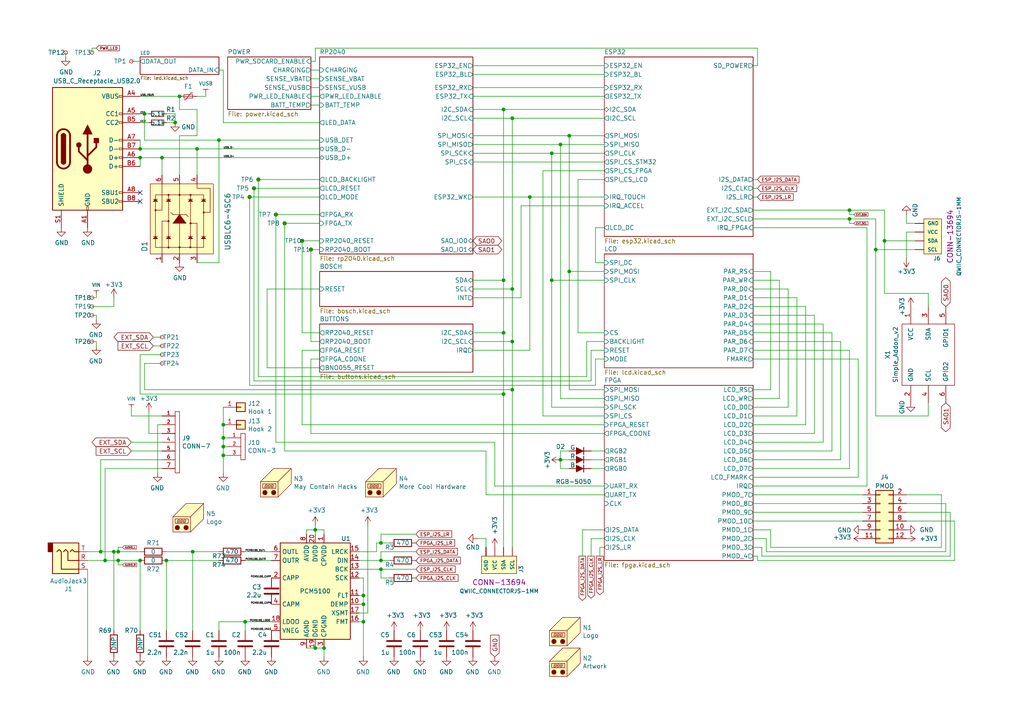
<source format=kicad_sch>
(kicad_sch (version 20211123) (generator eeschema)
  (paper "A4")
  (title_block (title "MCH2022 badge - Overview") (date "2022-01-14") (rev "3.1415") (company "BADGE.TEAM"))
  (junction (at 63.5 40.64))
  (junction (at 105.41 175.26))
  (junction (at 40.64 45.72))
  (junction (at 110.49 157.48))
  (junction (at 57.15 43.18))
  (junction (at 46.99 45.72))
  (junction (at 40.64 162.56))
  (junction (at 50.8 35.56))
  (junction (at 34.29 162.56))
  (junction (at 110.49 165.1))
  (junction (at 91.44 153.67))
  (junction (at 246.38 60.96))
  (junction (at 87.63 69.85))
  (junction (at 30.48 162.56))
  (junction (at 162.56 133.35))
  (junction (at 55.88 160.02))
  (junction (at 256.54 69.85))
  (junction (at 64.77 123.19))
  (junction (at 165.1 78.74))
  (junction (at 40.64 43.18))
  (junction (at 34.29 160.02))
  (junction (at 48.26 162.56))
  (junction (at 73.66 54.61))
  (junction (at 93.98 187.96))
  (junction (at 148.59 99.06))
  (junction (at 153.67 57.15))
  (junction (at 105.41 172.72))
  (junction (at 160.02 44.45))
  (junction (at 29.21 160.02))
  (junction (at 148.59 83.82))
  (junction (at 105.41 180.34))
  (junction (at 165.1 39.37))
  (junction (at 246.38 63.5))
  (junction (at 162.56 41.91))
  (junction (at 33.02 160.02))
  (junction (at 74.93 52.07))
  (junction (at 91.44 187.96))
  (junction (at 146.05 96.52))
  (junction (at 146.05 31.75))
  (junction (at 110.49 162.56))
  (junction (at 52.07 27.94))
  (junction (at 64.77 129.54))
  (junction (at 64.77 132.08))
  (junction (at 64.77 127))
  (junction (at 41.91 33.02))
  (junction (at 71.12 180.34))
  (junction (at 160.02 81.28))
  (junction (at 254 72.39))
  (junction (at 80.01 62.23))
  (junction (at 90.17 72.39))
  (junction (at 148.59 34.29))
  (junction (at 72.39 57.15))
  (junction (at 148.59 113.03))
  (junction (at 82.55 64.77))
  (junction (at 146.05 81.28))
  (junction (at 146.05 114.3))
  (no_connect (at 40.64 58.42))
  (no_connect (at 40.64 55.88))
  (wire (pts (xy 262.89 64.77) (xy 265.43 64.77)))
  (wire (pts (xy 223.52 153.67) (xy 223.52 158.75)))
  (wire (pts (xy 48.26 35.56) (xy 50.8 35.56)))
  (wire (pts (xy 82.55 64.77) (xy 82.55 130.81)))
  (wire (pts (xy 38.1 118.11) (xy 38.1 120.65)))
  (wire (pts (xy 137.16 25.4) (xy 175.26 25.4)))
  (wire (pts (xy 241.3 96.52) (xy 218.44 96.52)))
  (wire (pts (xy 92.71 57.15) (xy 72.39 57.15)))
  (wire (pts (xy 26.67 86.36) (xy 27.94 86.36)))
  (wire (pts (xy 40.64 45.72) (xy 40.64 48.26)))
  (wire (pts (xy 41.91 105.41) (xy 41.91 113.03)))
  (wire (pts (xy 40.64 27.94) (xy 52.07 27.94)))
  (wire (pts (xy 269.24 88.9) (xy 269.24 85.09)))
  (wire (pts (xy 90.17 104.14) (xy 90.17 125.73)))
  (wire (pts (xy 82.55 130.81) (xy 140.97 130.81)))
  (wire (pts (xy 219.71 13.97) (xy 219.71 19.05)))
  (wire (pts (xy 92.71 64.77) (xy 82.55 64.77)))
  (wire (pts (xy 29.21 133.35) (xy 46.99 133.35)))
  (wire (pts (xy 41.91 105.41) (xy 46.99 105.41)))
  (wire (pts (xy 218.44 113.03) (xy 223.52 113.03)))
  (wire (pts (xy 50.8 35.56) (xy 50.8 33.02)))
  (wire (pts (xy 137.16 31.75) (xy 146.05 31.75)))
  (wire (pts (xy 175.26 125.73) (xy 90.17 125.73)))
  (wire (pts (xy 254 63.5) (xy 254 72.39)))
  (wire (pts (xy 137.16 101.6) (xy 153.67 101.6)))
  (wire (pts (xy 148.59 83.82) (xy 148.59 99.06)))
  (wire (pts (xy 162.56 41.91) (xy 162.56 115.57)))
  (wire (pts (xy 140.97 156.21) (xy 140.97 158.75)))
  (wire (pts (xy 26.67 88.9) (xy 33.02 88.9)))
  (wire (pts (xy 33.02 182.88) (xy 33.02 160.02)))
  (wire (pts (xy 146.05 31.75) (xy 146.05 81.28)))
  (wire (pts (xy 137.16 27.94) (xy 175.26 27.94)))
  (wire (pts (xy 92.71 99.06) (xy 90.17 99.06)))
  (wire (pts (xy 143.51 128.27) (xy 143.51 140.97)))
  (wire (pts (xy 63.5 180.34) (xy 71.12 180.34)))
  (wire (pts (xy 236.22 91.44) (xy 236.22 125.73)))
  (wire (pts (xy 41.91 113.03) (xy 148.59 113.03)))
  (wire (pts (xy 46.99 128.27) (xy 38.1 128.27)))
  (wire (pts (xy 52.07 50.8) (xy 52.07 39.37)))
  (wire (pts (xy 175.26 52.07) (xy 167.64 52.07)))
  (wire (pts (xy 88.9 187.96) (xy 91.44 187.96)))
  (wire (pts (xy 29.21 160.02) (xy 33.02 160.02)))
  (wire (pts (xy 175.26 46.99) (xy 137.16 46.99)))
  (wire (pts (xy 26.67 99.06) (xy 27.94 99.06)))
  (wire (pts (xy 274.32 160.02) (xy 274.32 146.05)))
  (wire (pts (xy 104.14 177.8) (xy 106.68 177.8)))
  (wire (pts (xy 92.71 104.14) (xy 90.17 104.14)))
  (wire (pts (xy 175.26 113.03) (xy 165.1 113.03)))
  (wire (pts (xy 238.76 93.98) (xy 238.76 128.27)))
  (wire (pts (xy 64.77 123.19) (xy 64.77 127)))
  (wire (pts (xy 77.47 106.68) (xy 77.47 83.82)))
  (wire (pts (xy 40.64 182.88) (xy 40.64 162.56)))
  (wire (pts (xy 137.16 81.28) (xy 146.05 81.28)))
  (wire (pts (xy 222.25 156.21) (xy 218.44 156.21)))
  (wire (pts (xy 140.97 143.51) (xy 175.26 143.51)))
  (wire (pts (xy 250.19 148.59) (xy 218.44 148.59)))
  (wire (pts (xy 218.44 135.89) (xy 246.38 135.89)))
  (wire (pts (xy 172.72 66.04) (xy 172.72 76.2)))
  (wire (pts (xy 90.17 17.78) (xy 91.44 17.78)))
  (wire (pts (xy 91.44 152.4) (xy 91.44 153.67)))
  (wire (pts (xy 46.99 123.19) (xy 45.72 123.19)))
  (wire (pts (xy 218.44 52.07) (xy 219.71 52.07)))
  (wire (pts (xy 218.44 153.67) (xy 223.52 153.67)))
  (wire (pts (xy 87.63 101.6) (xy 87.63 123.19)))
  (wire (pts (xy 92.71 30.48) (xy 90.17 30.48)))
  (wire (pts (xy 40.64 40.64) (xy 40.64 43.18)))
  (wire (pts (xy 27.94 13.97) (xy 26.67 13.97)))
  (wire (pts (xy 92.71 106.68) (xy 77.47 106.68)))
  (wire (pts (xy 91.44 13.97) (xy 219.71 13.97)))
  (wire (pts (xy 251.46 140.97) (xy 218.44 140.97)))
  (wire (pts (xy 148.59 99.06) (xy 148.59 113.03)))
  (wire (pts (xy 87.63 96.52) (xy 87.63 69.85)))
  (wire (pts (xy 175.26 120.65) (xy 157.48 120.65)))
  (wire (pts (xy 46.99 45.72) (xy 92.71 45.72)))
  (wire (pts (xy 162.56 130.81) (xy 162.56 133.35)))
  (wire (pts (xy 231.14 86.36) (xy 231.14 120.65)))
  (wire (pts (xy 34.29 163.83) (xy 34.29 162.56)))
  (wire (pts (xy 44.45 100.33) (xy 46.99 100.33)))
  (wire (pts (xy 218.44 128.27) (xy 238.76 128.27)))
  (wire (pts (xy 106.68 177.8) (xy 106.68 152.4)))
  (wire (pts (xy 165.1 130.81) (xy 162.56 130.81)))
  (wire (pts (xy 71.12 182.88) (xy 71.12 180.34)))
  (wire (pts (xy 105.41 175.26) (xy 105.41 172.72)))
  (wire (pts (xy 64.77 127) (xy 66.04 127)))
  (wire (pts (xy 92.71 62.23) (xy 80.01 62.23)))
  (wire (pts (xy 91.44 153.67) (xy 88.9 153.67)))
  (wire (pts (xy 256.54 85.09) (xy 269.24 85.09)))
  (wire (pts (xy 64.77 129.54) (xy 66.04 129.54)))
  (wire (pts (xy 64.77 127) (xy 64.77 129.54)))
  (wire (pts (xy 218.44 158.75) (xy 220.98 158.75)))
  (wire (pts (xy 113.03 167.64) (xy 110.49 167.64)))
  (wire (pts (xy 265.43 69.85) (xy 256.54 69.85)))
  (wire (pts (xy 55.88 182.88) (xy 55.88 160.02)))
  (wire (pts (xy 104.14 175.26) (xy 105.41 175.26)))
  (wire (pts (xy 40.64 17.78) (xy 38.1 17.78)))
  (wire (pts (xy 276.86 162.56) (xy 276.86 151.13)))
  (wire (pts (xy 87.63 123.19) (xy 175.26 123.19)))
  (wire (pts (xy 165.1 39.37) (xy 175.26 39.37)))
  (wire (pts (xy 170.18 109.22) (xy 74.93 109.22)))
  (wire (pts (xy 247.65 64.77) (xy 246.38 64.77)))
  (wire (pts (xy 92.71 27.94) (xy 90.17 27.94)))
  (wire (pts (xy 262.89 151.13) (xy 276.86 151.13)))
  (wire (pts (xy 167.64 52.07) (xy 167.64 96.52)))
  (wire (pts (xy 46.99 125.73) (xy 43.18 125.73)))
  (wire (pts (xy 40.64 114.3) (xy 146.05 114.3)))
  (wire (pts (xy 218.44 63.5) (xy 246.38 63.5)))
  (wire (pts (xy 226.06 81.28) (xy 226.06 115.57)))
  (wire (pts (xy 175.26 49.53) (xy 157.48 49.53)))
  (wire (pts (xy 46.99 120.65) (xy 38.1 120.65)))
  (wire (pts (xy 171.45 110.49) (xy 73.66 110.49)))
  (wire (pts (xy 157.48 49.53) (xy 157.48 120.65)))
  (wire (pts (xy 92.71 69.85) (xy 87.63 69.85)))
  (wire (pts (xy 27.94 91.44) (xy 27.94 92.71)))
  (wire (pts (xy 140.97 130.81) (xy 140.97 143.51)))
  (wire (pts (xy 64.77 132.08) (xy 66.04 132.08)))
  (wire (pts (xy 25.4 162.56) (xy 30.48 162.56)))
  (wire (pts (xy 220.98 161.29) (xy 220.98 158.75)))
  (wire (pts (xy 168.91 153.67) (xy 168.91 161.29)))
  (wire (pts (xy 40.64 35.56) (xy 43.18 35.56)))
  (wire (pts (xy 46.99 97.79) (xy 44.45 97.79)))
  (wire (pts (xy 110.49 157.48) (xy 113.03 157.48)))
  (wire (pts (xy 175.26 153.67) (xy 168.91 153.67)))
  (wire (pts (xy 137.16 34.29) (xy 148.59 34.29)))
  (wire (pts (xy 64.77 118.11) (xy 64.77 123.19)))
  (wire (pts (xy 63.5 76.2) (xy 57.15 76.2)))
  (wire (pts (xy 41.91 40.64) (xy 63.5 40.64)))
  (wire (pts (xy 19.05 15.24) (xy 19.05 16.51)))
  (wire (pts (xy 175.26 118.11) (xy 160.02 118.11)))
  (wire (pts (xy 25.4 160.02) (xy 29.21 160.02)))
  (wire (pts (xy 77.47 83.82) (xy 92.71 83.82)))
  (wire (pts (xy 175.26 156.21) (xy 171.45 156.21)))
  (wire (pts (xy 218.44 125.73) (xy 236.22 125.73)))
  (wire (pts (xy 105.41 180.34) (xy 105.41 175.26)))
  (wire (pts (xy 92.71 20.32) (xy 90.17 20.32)))
  (wire (pts (xy 41.91 40.64) (xy 41.91 33.02)))
  (wire (pts (xy 218.44 130.81) (xy 241.3 130.81)))
  (wire (pts (xy 64.77 129.54) (xy 64.77 132.08)))
  (wire (pts (xy 146.05 114.3) (xy 146.05 158.75)))
  (wire (pts (xy 175.26 115.57) (xy 162.56 115.57)))
  (wire (pts (xy 91.44 153.67) (xy 91.44 154.94)))
  (wire (pts (xy 110.49 160.02) (xy 110.49 162.56)))
  (wire (pts (xy 40.64 43.18) (xy 57.15 43.18)))
  (wire (pts (xy 91.44 17.78) (xy 91.44 13.97)))
  (wire (pts (xy 247.65 62.23) (xy 246.38 62.23)))
  (wire (pts (xy 219.71 54.61) (xy 218.44 54.61)))
  (wire (pts (xy 173.99 158.75) (xy 173.99 161.29)))
  (wire (pts (xy 218.44 81.28) (xy 226.06 81.28)))
  (wire (pts (xy 105.41 172.72) (xy 105.41 167.64)))
  (wire (pts (xy 231.14 120.65) (xy 218.44 120.65)))
  (wire (pts (xy 153.67 57.15) (xy 137.16 57.15)))
  (wire (pts (xy 35.56 158.75) (xy 34.29 158.75)))
  (wire (pts (xy 104.14 162.56) (xy 110.49 162.56)))
  (wire (pts (xy 269.24 116.84) (xy 269.24 120.65)))
  (wire (pts (xy 137.16 19.05) (xy 175.26 19.05)))
  (wire (pts (xy 171.45 101.6) (xy 171.45 110.49)))
  (wire (pts (xy 175.26 78.74) (xy 165.1 78.74)))
  (wire (pts (xy 80.01 128.27) (xy 143.51 128.27)))
  (wire (pts (xy 218.44 115.57) (xy 226.06 115.57)))
  (wire (pts (xy 52.07 31.75) (xy 52.07 27.94)))
  (wire (pts (xy 26.67 91.44) (xy 27.94 91.44)))
  (wire (pts (xy 222.25 160.02) (xy 274.32 160.02)))
  (wire (pts (xy 92.71 96.52) (xy 87.63 96.52)))
  (wire (pts (xy 275.59 161.29) (xy 275.59 148.59)))
  (wire (pts (xy 223.52 78.74) (xy 223.52 113.03)))
  (wire (pts (xy 25.4 165.1) (xy 25.4 190.5)))
  (wire (pts (xy 30.48 135.89) (xy 30.48 162.56)))
  (wire (pts (xy 64.77 35.56) (xy 92.71 35.56)))
  (wire (pts (xy 218.44 57.15) (xy 219.71 57.15)))
  (wire (pts (xy 40.64 114.3) (xy 40.64 102.87)))
  (wire (pts (xy 109.22 160.02) (xy 109.22 157.48)))
  (wire (pts (xy 92.71 40.64) (xy 63.5 40.64)))
  (wire (pts (xy 45.72 123.19) (xy 45.72 137.16)))
  (wire (pts (xy 34.29 160.02) (xy 40.64 160.02)))
  (wire (pts (xy 151.13 59.69) (xy 151.13 86.36)))
  (wire (pts (xy 254 120.65) (xy 269.24 120.65)))
  (wire (pts (xy 148.59 113.03) (xy 148.59 158.75)))
  (wire (pts (xy 228.6 83.82) (xy 218.44 83.82)))
  (wire (pts (xy 256.54 60.96) (xy 246.38 60.96)))
  (wire (pts (xy 59.69 27.94) (xy 57.15 27.94)))
  (wire (pts (xy 90.17 72.39) (xy 90.17 99.06)))
  (wire (pts (xy 160.02 44.45) (xy 175.26 44.45)))
  (wire (pts (xy 273.05 158.75) (xy 273.05 143.51)))
  (wire (pts (xy 110.49 165.1) (xy 120.65 165.1)))
  (wire (pts (xy 175.26 76.2) (xy 172.72 76.2)))
  (wire (pts (xy 72.39 111.76) (xy 72.39 57.15)))
  (wire (pts (xy 137.16 39.37) (xy 165.1 39.37)))
  (wire (pts (xy 110.49 160.02) (xy 120.65 160.02)))
  (wire (pts (xy 218.44 88.9) (xy 233.68 88.9)))
  (wire (pts (xy 250.19 143.51) (xy 218.44 143.51)))
  (wire (pts (xy 165.1 39.37) (xy 165.1 78.74)))
  (wire (pts (xy 175.26 81.28) (xy 160.02 81.28)))
  (wire (pts (xy 104.14 180.34) (xy 105.41 180.34)))
  (wire (pts (xy 175.26 140.97) (xy 143.51 140.97)))
  (wire (pts (xy 92.71 101.6) (xy 87.63 101.6)))
  (wire (pts (xy 219.71 162.56) (xy 276.86 162.56)))
  (wire (pts (xy 219.71 162.56) (xy 219.71 161.29)))
  (wire (pts (xy 175.26 59.69) (xy 151.13 59.69)))
  (wire (pts (xy 105.41 180.34) (xy 105.41 190.5)))
  (wire (pts (xy 153.67 57.15) (xy 153.67 101.6)))
  (wire (pts (xy 256.54 69.85) (xy 256.54 85.09)))
  (wire (pts (xy 148.59 34.29) (xy 175.26 34.29)))
  (wire (pts (xy 222.25 160.02) (xy 222.25 156.21)))
  (wire (pts (xy 219.71 161.29) (xy 218.44 161.29)))
  (wire (pts (xy 137.16 44.45) (xy 160.02 44.45)))
  (wire (pts (xy 236.22 91.44) (xy 218.44 91.44)))
  (wire (pts (xy 218.44 104.14) (xy 248.92 104.14)))
  (wire (pts (xy 57.15 50.8) (xy 57.15 43.18)))
  (wire (pts (xy 46.99 130.81) (xy 38.1 130.81)))
  (wire (pts (xy 218.44 151.13) (xy 250.19 151.13)))
  (wire (pts (xy 78.74 162.56) (xy 71.12 162.56)))
  (wire (pts (xy 30.48 162.56) (xy 34.29 162.56)))
  (wire (pts (xy 218.44 66.04) (xy 251.46 66.04)))
  (wire (pts (xy 110.49 157.48) (xy 110.49 154.94)))
  (wire (pts (xy 246.38 63.5) (xy 254 63.5)))
  (wire (pts (xy 90.17 22.86) (xy 92.71 22.86)))
  (wire (pts (xy 71.12 180.34) (xy 78.74 180.34)))
  (wire (pts (xy 175.26 158.75) (xy 173.99 158.75)))
  (wire (pts (xy 137.16 83.82) (xy 148.59 83.82)))
  (wire (pts (xy 172.72 104.14) (xy 172.72 111.76)))
  (wire (pts (xy 40.64 102.87) (xy 46.99 102.87)))
  (wire (pts (xy 146.05 31.75) (xy 175.26 31.75)))
  (wire (pts (xy 167.64 96.52) (xy 175.26 96.52)))
  (wire (pts (xy 165.1 78.74) (xy 165.1 113.03)))
  (wire (pts (xy 57.15 43.18) (xy 92.71 43.18)))
  (wire (pts (xy 223.52 158.75) (xy 273.05 158.75)))
  (wire (pts (xy 33.02 88.9) (xy 33.02 86.36)))
  (wire (pts (xy 91.44 187.96) (xy 93.98 187.96)))
  (wire (pts (xy 41.91 33.02) (xy 43.18 33.02)))
  (wire (pts (xy 218.44 146.05) (xy 250.19 146.05)))
  (wire (pts (xy 171.45 101.6) (xy 175.26 101.6)))
  (wire (pts (xy 246.38 101.6) (xy 218.44 101.6)))
  (wire (pts (xy 160.02 81.28) (xy 160.02 118.11)))
  (wire (pts (xy 148.59 34.29) (xy 148.59 83.82)))
  (wire (pts (xy 262.89 67.31) (xy 265.43 67.31)))
  (wire (pts (xy 34.29 162.56) (xy 40.64 162.56)))
  (wire (pts (xy 50.8 33.02) (xy 48.26 33.02)))
  (wire (pts (xy 246.38 101.6) (xy 246.38 135.89)))
  (wire (pts (xy 165.1 135.89) (xy 162.56 135.89)))
  (wire (pts (xy 93.98 154.94) (xy 93.98 153.67)))
  (wire (pts (xy 59.69 26.67) (xy 59.69 27.94)))
  (wire (pts (xy 138.43 156.21) (xy 140.97 156.21)))
  (wire (pts (xy 33.02 160.02) (xy 34.29 160.02)))
  (wire (pts (xy 40.64 45.72) (xy 46.99 45.72)))
  (wire (pts (xy 228.6 83.82) (xy 228.6 118.11)))
  (wire (pts (xy 55.88 160.02) (xy 63.5 160.02)))
  (wire (pts (xy 109.22 157.48) (xy 110.49 157.48)))
  (wire (pts (xy 162.56 133.35) (xy 165.1 133.35)))
  (wire (pts (xy 171.45 156.21) (xy 171.45 161.29)))
  (wire (pts (xy 93.98 153.67) (xy 91.44 153.67)))
  (wire (pts (xy 241.3 96.52) (xy 241.3 130.81)))
  (wire (pts (xy 64.77 132.08) (xy 64.77 137.16)))
  (wire (pts (xy 104.14 172.72) (xy 105.41 172.72)))
  (wire (pts (xy 26.67 13.97) (xy 26.67 15.24)))
  (wire (pts (xy 251.46 140.97) (xy 251.46 66.04)))
  (wire (pts (xy 29.21 133.35) (xy 29.21 160.02)))
  (wire (pts (xy 63.5 180.34) (xy 63.5 182.88)))
  (wire (pts (xy 93.98 190.5) (xy 93.98 187.96)))
  (wire (pts (xy 74.93 52.07) (xy 92.71 52.07)))
  (wire (pts (xy 218.44 138.43) (xy 248.92 138.43)))
  (wire (pts (xy 92.71 72.39) (xy 90.17 72.39)))
  (wire (pts (xy 110.49 154.94) (xy 120.65 154.94)))
  (wire (pts (xy 172.72 66.04) (xy 175.26 66.04)))
  (wire (pts (xy 48.26 160.02) (xy 55.88 160.02)))
  (wire (pts (xy 175.26 130.81) (xy 171.45 130.81)))
  (wire (pts (xy 110.49 162.56) (xy 113.03 162.56)))
  (wire (pts (xy 246.38 64.77) (xy 246.38 63.5)))
  (wire (pts (xy 137.16 86.36) (xy 151.13 86.36)))
  (wire (pts (xy 171.45 133.35) (xy 175.26 133.35)))
  (wire (pts (xy 218.44 133.35) (xy 243.84 133.35)))
  (wire (pts (xy 74.93 109.22) (xy 74.93 52.07)))
  (wire (pts (xy 63.5 40.64) (xy 63.5 76.2)))
  (wire (pts (xy 80.01 62.23) (xy 80.01 128.27)))
  (wire (pts (xy 254 72.39) (xy 254 120.65)))
  (wire (pts (xy 52.07 39.37) (xy 57.15 39.37)))
  (wire (pts (xy 175.26 135.89) (xy 171.45 135.89)))
  (wire (pts (xy 43.18 125.73) (xy 43.18 119.38)))
  (wire (pts (xy 262.89 146.05) (xy 274.32 146.05)))
  (wire (pts (xy 162.56 41.91) (xy 175.26 41.91)))
  (wire (pts (xy 78.74 160.02) (xy 71.12 160.02)))
  (wire (pts (xy 175.26 57.15) (xy 153.67 57.15)))
  (wire (pts (xy 238.76 93.98) (xy 218.44 93.98)))
  (wire (pts (xy 57.15 31.75) (xy 52.07 31.75)))
  (wire (pts (xy 64.77 35.56) (xy 64.77 20.32)))
  (wire (pts (xy 40.64 33.02) (xy 41.91 33.02)))
  (wire (pts (xy 162.56 135.89) (xy 162.56 133.35)))
  (wire (pts (xy 137.16 21.59) (xy 175.26 21.59)))
  (wire (pts (xy 48.26 182.88) (xy 48.26 162.56)))
  (wire (pts (xy 218.44 99.06) (xy 243.84 99.06)))
  (wire (pts (xy 246.38 62.23) (xy 246.38 60.96)))
  (wire (pts (xy 46.99 50.8) (xy 46.99 45.72)))
  (wire (pts (xy 175.26 99.06) (xy 170.18 99.06)))
  (wire (pts (xy 218.44 123.19) (xy 233.68 123.19)))
  (wire (pts (xy 262.89 62.23) (xy 262.89 64.77)))
  (wire (pts (xy 30.48 135.89) (xy 46.99 135.89)))
  (wire (pts (xy 219.71 19.05) (xy 218.44 19.05)))
  (wire (pts (xy 104.14 167.64) (xy 105.41 167.64)))
  (wire (pts (xy 73.66 54.61) (xy 92.71 54.61)))
  (wire (pts (xy 27.94 99.06) (xy 27.94 100.33)))
  (wire (pts (xy 273.05 143.51) (xy 262.89 143.51)))
  (wire (pts (xy 254 72.39) (xy 265.43 72.39)))
  (wire (pts (xy 218.44 118.11) (xy 228.6 118.11)))
  (wire (pts (xy 233.68 88.9) (xy 233.68 123.19)))
  (wire (pts (xy 218.44 78.74) (xy 223.52 78.74)))
  (wire (pts (xy 57.15 39.37) (xy 57.15 31.75)))
  (wire (pts (xy 231.14 86.36) (xy 218.44 86.36)))
  (wire (pts (xy 148.59 99.06) (xy 137.16 99.06)))
  (wire (pts (xy 110.49 165.1) (xy 104.14 165.1)))
  (wire (pts (xy 175.26 104.14) (xy 172.72 104.14)))
  (wire (pts (xy 110.49 167.64) (xy 110.49 165.1)))
  (wire (pts (xy 48.26 162.56) (xy 63.5 162.56)))
  (wire (pts (xy 248.92 104.14) (xy 248.92 138.43)))
  (wire (pts (xy 275.59 148.59) (xy 262.89 148.59)))
  (wire (pts (xy 262.89 74.93) (xy 262.89 67.31)))
  (wire (pts (xy 72.39 111.76) (xy 172.72 111.76)))
  (wire (pts (xy 35.56 163.83) (xy 34.29 163.83)))
  (wire (pts (xy 256.54 60.96) (xy 256.54 69.85)))
  (wire (pts (xy 146.05 81.28) (xy 146.05 96.52)))
  (wire (pts (xy 27.94 86.36) (xy 27.94 85.09)))
  (wire (pts (xy 146.05 96.52) (xy 146.05 114.3)))
  (wire (pts (xy 170.18 99.06) (xy 170.18 109.22)))
  (wire (pts (xy 88.9 153.67) (xy 88.9 154.94)))
  (wire (pts (xy 34.29 158.75) (xy 34.29 160.02)))
  (wire (pts (xy 243.84 99.06) (xy 243.84 133.35)))
  (wire (pts (xy 137.16 96.52) (xy 146.05 96.52)))
  (wire (pts (xy 137.16 41.91) (xy 162.56 41.91)))
  (wire (pts (xy 90.17 25.4) (xy 92.71 25.4)))
  (wire (pts (xy 104.14 160.02) (xy 109.22 160.02)))
  (wire (pts (xy 246.38 60.96) (xy 218.44 60.96)))
  (wire (pts (xy 160.02 44.45) (xy 160.02 81.28)))
  (wire (pts (xy 73.66 110.49) (xy 73.66 54.61)))
  (wire (pts (xy 64.77 20.32) (xy 63.5 20.32)))
  (wire (pts (xy 220.98 161.29) (xy 275.59 161.29)))
  (label "PCM5100_OUTR" (at 71.12 162.56 0) (effects (font (size 0.508 0.508))))
  (label "CC1" (at 40.64 33.02 0) (effects (font (size 0.508 0.508))))
  (label "USB_D+" (at 64.77 45.72 0) (effects (font (size 0.508 0.508))))
  (label "PCM5100_VNEG" (at 78.74 182.88 180) (effects (font (size 0.508 0.508))))
  (label "PCM5100_OUTL" (at 71.12 160.02 0) (effects (font (size 0.508 0.508))))
  (label "PCM5100_CAPN" (at 78.74 175.26 180) (effects (font (size 0.508 0.508))))
  (label "PCM5100_LDOO" (at 72.39 180.34 0) (effects (font (size 0.508 0.508))))
  (label "USB_D-" (at 64.77 43.18 0) (effects (font (size 0.508 0.508))))
  (label "CC2" (at 40.64 35.56 0) (effects (font (size 0.508 0.508))))
  (label "PCM5100_CAPP" (at 78.74 167.64 180) (effects (font (size 0.508 0.508))))
  (label "USB_VBUS" (at 40.64 27.94 0) (effects (font (size 0.508 0.508))))
  (global_label "SAO1" (shape bidirectional) (at 274.32 116.84 270) (property "Intersheet References" "${INTERSHEET_REFS}" (effects hide)))
  (global_label "FPGA_I2S_LR" (shape input) (at 120.65 157.48 0) (effects (font (size 0.9906 0.9906))) (property "Intersheet References" "${INTERSHEET_REFS}" (effects hide)))
  (global_label "EXT_SDA" (shape input) (at 247.65 62.23 0) (effects (font (size 0.508 0.508))) (property "Intersheet References" "${INTERSHEET_REFS}" (effects hide)))
  (global_label "FPGA_I2S_LR" (shape output) (at 173.99 161.29 270) (effects (font (size 0.9906 0.9906))) (property "Intersheet References" "${INTERSHEET_REFS}" (effects hide)))
  (global_label "FPGA_I2S_DATA" (shape output) (at 168.91 161.29 270) (effects (font (size 0.9906 0.9906))) (property "Intersheet References" "${INTERSHEET_REFS}" (effects hide)))
  (global_label "ESP_I2S_DATA" (shape input) (at 120.65 160.02 0) (effects (font (size 0.9906 0.9906))) (property "Intersheet References" "${INTERSHEET_REFS}" (effects hide)))
  (global_label "FPGA_I2S_CLK" (shape output) (at 171.45 161.29 270) (effects (font (size 0.9906 0.9906))) (property "Intersheet References" "${INTERSHEET_REFS}" (effects hide)))
  (global_label "ESP_I2S_DATA" (shape input) (at 219.71 52.07 0) (effects (font (size 0.9906 0.9906))) (property "Intersheet References" "${INTERSHEET_REFS}" (effects hide)))
  (global_label "ESP_I2S_CLK" (shape input) (at 120.65 165.1 0) (effects (font (size 0.9906 0.9906))) (property "Intersheet References" "${INTERSHEET_REFS}" (effects hide)))
  (global_label "AUDIO_L" (shape input) (at 35.56 158.75 0) (effects (font (size 0.508 0.508))) (property "Intersheet References" "${INTERSHEET_REFS}" (effects hide)))
  (global_label "GND" (shape input) (at 143.51 190.5 90) (property "Intersheet References" "${INTERSHEET_REFS}" (effects hide)))
  (global_label "EXT_SCL" (shape input) (at 38.1 130.81 180) (property "Intersheet References" "${INTERSHEET_REFS}" (effects hide)))
  (global_label "EXT_SDA" (shape bidirectional) (at 38.1 128.27 180) (property "Intersheet References" "${INTERSHEET_REFS}" (effects hide)))
  (global_label "EXT_SDA" (shape bidirectional) (at 44.45 97.79 180) (property "Intersheet References" "${INTERSHEET_REFS}" (effects hide)))
  (global_label "ESP_I2S_LR" (shape input) (at 219.71 57.15 0) (effects (font (size 0.9906 0.9906))) (property "Intersheet References" "${INTERSHEET_REFS}" (effects hide)))
  (global_label "AUDIO_R" (shape input) (at 35.56 163.83 0) (effects (font (size 0.508 0.508))) (property "Intersheet References" "${INTERSHEET_REFS}" (effects hide)))
  (global_label "FPGA_I2S_CLK" (shape input) (at 120.65 167.64 0) (effects (font (size 0.9906 0.9906))) (property "Intersheet References" "${INTERSHEET_REFS}" (effects hide)))
  (global_label "EXT_SCL" (shape input) (at 247.65 64.77 0) (effects (font (size 0.508 0.508))) (property "Intersheet References" "${INTERSHEET_REFS}" (effects hide)))
  (global_label "FPGA_I2S_DATA" (shape input) (at 120.65 162.56 0) (effects (font (size 0.9906 0.9906))) (property "Intersheet References" "${INTERSHEET_REFS}" (effects hide)))
  (global_label "ESP_I2S_CLK" (shape input) (at 219.71 54.61 0) (effects (font (size 0.9906 0.9906))) (property "Intersheet References" "${INTERSHEET_REFS}" (effects hide)))
  (global_label "SAO0" (shape bidirectional) (at 274.32 88.9 90) (property "Intersheet References" "${INTERSHEET_REFS}" (effects hide)))
  (global_label "PWR_LED" (shape input) (at 27.94 13.97 0) (effects (font (size 0.7874 0.7874))) (property "Intersheet References" "${INTERSHEET_REFS}" (effects hide)))
  (global_label "SAO0" (shape bidirectional) (at 137.16 69.85 0) (property "Intersheet References" "${INTERSHEET_REFS}" (effects hide)))
  (global_label "ESP_I2S_LR" (shape input) (at 120.65 154.94 0) (effects (font (size 0.9906 0.9906))) (property "Intersheet References" "${INTERSHEET_REFS}" (effects hide)))
  (global_label "EXT_SCL" (shape input) (at 44.45 100.33 180) (property "Intersheet References" "${INTERSHEET_REFS}" (effects hide)))
  (global_label "SAO1" (shape bidirectional) (at 137.16 72.39 0) (property "Intersheet References" "${INTERSHEET_REFS}" (effects hide)))
  (symbol (lib_id "mch2021-rescue:USB_C_Receptacle_USB2.0-Connector") (at 25.4 43.18 0) (unit 1)
    (property "Reference" "J2" (at 28.1178 21.1582 0))
    (property "Value" "USB_C_Receptacle_USB2.0" (at 28.1178 23.4696 0))
    (property "Footprint" "Connector_USB:USB_C_Receptacle_HRO_TYPE-C-31-M-12" (effects hide))
    (property "Datasheet" "https://www.usb.org/sites/default/files/documents/usb_type-c.zip" (effects hide))
    (property "LCSC" "C165948" (effects hide))
    (property "Mouser" "-" (effects hide))
    (property "Sponsored" "N" (effects hide))
  )
  (symbol (lib_id "mch2021-rescue:GND-power") (at 25.4 66.04 0) (unit 1)
    (property "Reference" "#PWR03" (effects hide))
    (property "Value" "GND" (at 25.527 70.4342 0))
  )
  (symbol (lib_id "mch2021-rescue:R_Small-Device") (at 45.72 35.56 270) (unit 1)
    (property "Reference" "R2" (at 49.53 34.29 90))
    (property "Value" "5.1k" (at 45.72 35.56 90))
    (property "Footprint" "Resistor_SMD:R_0402_1005Metric" (effects hide))
    (property "LCSC" "C25905" (effects hide))
    (property "Mouser" "-" (effects hide))
    (property "Sponsored" "N" (effects hide))
    (property "MANUFACTURER" "UNI-ROYAL" (effects hide))
    (property "MPN" "0402WGF5101TCE" (effects hide))
  )
  (symbol (lib_id "mch2021-rescue:R_Small-Device") (at 45.72 33.02 270) (unit 1)
    (property "Reference" "R1" (at 49.53 31.75 90))
    (property "Value" "5.1k" (at 45.72 33.02 90))
    (property "Footprint" "Resistor_SMD:R_0402_1005Metric" (effects hide))
    (property "LCSC" "C25905" (effects hide))
    (property "Mouser" "-" (effects hide))
    (property "Sponsored" "N" (effects hide))
    (property "MANUFACTURER" "UNI-ROYAL" (effects hide))
    (property "MPN" "0402WGF5101TCE" (effects hide))
  )
  (symbol (lib_id "mch2021-rescue:GND-power") (at 50.8 35.56 0) (unit 1)
    (property "Reference" "#PWR07" (effects hide))
    (property "Value" "GND" (at 54.61 36.83 0))
  )
  (symbol (lib_id "mch2021-rescue:USBLC6-4SC6-dk_TVS-Diodes") (at 52.07 63.5 90) (unit 1)
    (property "Reference" "D1" (at 41.91 69.85 0) (effects (font (size 1.524 1.524)) (justify right)))
    (property "Value" "USBLC6-4SC6" (at 66.04 55.88 0) (effects (font (size 1.524 1.524)) (justify right)))
    (property "Footprint" "digikey-footprints:SOT23-6L" (effects hide))
    (property "Datasheet" "http://www.st.com/content/ccc/resource/technical/document/datasheet/9a/e6/1c/4f/b6/9a/44/e6/CD00047494.pdf/files/CD00047494.pdf/jcr:content/translations/en.CD00047494.pdf" (effects hide))
    (property "Digi-Key_PN" "497-4492-1-ND" (effects hide))
    (property "MPN" "USBLC6-4SC6" (effects hide))
    (property "Category" "Circuit Protection" (effects hide))
    (property "Family" "TVS - Diodes" (effects hide))
    (property "DK_Datasheet_Link" "http://www.st.com/content/ccc/resource/technical/document/datasheet/9a/e6/1c/4f/b6/9a/44/e6/CD00047494.pdf/files/CD00047494.pdf/jcr:content/translations/en.CD00047494.pdf" (effects hide))
    (property "DK_Detail_Page" "/product-detail/en/stmicroelectronics/USBLC6-4SC6/497-4492-1-ND/725667" (effects hide))
    (property "Description" "TVS DIODE 5.25V 17V SOT23-6" (effects hide))
    (property "Manufacturer" "STMicroelectronics" (effects hide))
    (property "Status" "Active" (effects hide))
    (property "LCSC" "C558419" (effects hide))
    (property "Sponsored" "N" (effects hide))
  )
  (symbol (lib_id "mch2021-rescue:GND-power") (at 52.07 76.2 0) (unit 1)
    (property "Reference" "#PWR09" (effects hide))
    (property "Value" "GND" (at 52.197 80.5942 0))
  )
  (symbol (lib_id "mch2021-rescue:QWIIC_MCH") (at 140.97 161.29 270) (mirror x) (unit 1)
    (property "Reference" "J3" (at 151.13 165.1 0) (effects (font (size 1.143 1.143))))
    (property "Value" "QWIIC_CONNECTORJS-1MM" (at 144.78 171.45 90) (effects (font (size 1.143 1.143))))
    (property "Footprint" "custom:1X04_1MM_RA_GND" (effects hide))
    (property "Field4" "CONN-13694" (at 144.78 168.91 90) (effects (font (size 1.524 1.524))))
    (property "LCSC" "C160404" (effects hide))
    (property "MPN" "SM04B-SRSS-TB" (effects hide))
    (property "Manufacturer" "JST" (effects hide))
  )
  (symbol (lib_id "mch2021-rescue:GND-power") (at 138.43 156.21 270) (mirror x) (unit 1)
    (property "Reference" "#PWR021" (effects hide))
    (property "Value" "GND" (at 137.16 158.75 90))
  )
  (symbol (lib_id "mch2021-rescue:Conn_02x06_Odd_Even-Connector_Generic") (at 255.27 148.59 0) (unit 1)
    (property "Reference" "J4" (at 256.54 138.43 0))
    (property "Value" "PMOD" (at 256.54 140.97 0))
    (property "Footprint" "Connector_PinSocket_2.54mm:PinSocket_2x06_P2.54mm_Horizontal" (effects hide))
    (property "LCSC" "C239357" (effects hide))
    (property "Mouser" "-" (effects hide))
    (property "Sponsored" "N" (effects hide))
  )
  (symbol (lib_id "mch2021-rescue:GND-power") (at 250.19 153.67 270) (unit 1)
    (property "Reference" "#PWR025" (effects hide))
    (property "Value" "GND" (at 246.9388 153.797 90) (effects (justify right)))
  )
  (symbol (lib_id "mch2021-rescue:GND-power") (at 262.89 153.67 90) (unit 1)
    (property "Reference" "#PWR029" (effects hide))
    (property "Value" "GND" (at 266.7 153.67 90) (effects (justify right)))
  )
  (symbol (lib_id "mch2021-rescue:+3.3V-power") (at 143.51 158.75 0) (mirror y) (unit 1)
    (property "Reference" "#PWR022" (effects hide))
    (property "Value" "+3.3V" (at 143.51 152.4 90))
  )
  (symbol (lib_id "mch2021-rescue:+3.3V-power") (at 250.19 156.21 90) (unit 1)
    (property "Reference" "#PWR026" (effects hide))
    (property "Value" "+3.3V" (at 246.9388 155.829 90) (effects (justify left)))
  )
  (symbol (lib_id "mch2021-rescue:+3.3V-power") (at 262.89 156.21 270) (unit 1)
    (property "Reference" "#PWR030" (effects hide))
    (property "Value" "+3.3V" (at 266.7 156.21 90) (effects (justify left)))
  )
  (symbol (lib_id "mch2021-rescue:TestPoint_Small-Connector") (at 38.1 17.78 0) (unit 1)
    (property "Reference" "TP1" (at 33.02 17.78 0) (effects (justify left)))
    (property "Value" "LED OUT" (effects hide))
    (property "Footprint" "TestPoint:TestPoint_Pad_1.0x1.0mm" (effects hide))
  )
  (symbol (lib_id "mch2021-rescue:TestPoint_Small-Connector") (at 74.93 52.07 0) (unit 1)
    (property "Reference" "TP6" (at 69.85 52.07 0) (effects (justify left)))
    (property "Value" "LB" (effects hide))
    (property "Footprint" "TestPoint:TestPoint_Pad_1.0x1.0mm" (effects hide))
  )
  (symbol (lib_id "mch2021-rescue:TestPoint_Small-Connector") (at 73.66 54.61 0) (unit 1)
    (property "Reference" "TP5" (at 68.58 54.61 0) (effects (justify left)))
    (property "Value" "LR" (effects hide))
    (property "Footprint" "TestPoint:TestPoint_Pad_1.0x1.0mm" (effects hide))
  )
  (symbol (lib_id "mch2021-rescue:TestPoint_Small-Connector") (at 72.39 57.15 0) (unit 1)
    (property "Reference" "TP4" (at 67.31 57.15 0) (effects (justify left)))
    (property "Value" "LM" (effects hide))
    (property "Footprint" "TestPoint:TestPoint_Pad_1.0x1.0mm" (effects hide))
  )
  (symbol (lib_id "mch2021-rescue:TestPoint_Small-Connector") (at 80.01 62.23 0) (unit 1)
    (property "Reference" "TP7" (at 74.93 62.23 0) (effects (justify left)))
    (property "Value" "RX" (effects hide))
    (property "Footprint" "TestPoint:TestPoint_Pad_1.0x1.0mm" (effects hide))
  )
  (symbol (lib_id "mch2021-rescue:TestPoint_Small-Connector") (at 82.55 64.77 0) (unit 1)
    (property "Reference" "TP8" (at 77.47 64.77 0) (effects (justify left)))
    (property "Value" "TX" (effects hide))
    (property "Footprint" "TestPoint:TestPoint_Pad_1.0x1.0mm" (effects hide))
  )
  (symbol (lib_id "mch2021-rescue:TestPoint_Small-Connector") (at 87.63 69.85 0) (unit 1)
    (property "Reference" "TP10" (at 82.55 69.85 0) (effects (justify left)))
    (property "Value" "RR" (effects hide))
    (property "Footprint" "TestPoint:TestPoint_Pad_1.0x1.0mm" (effects hide))
  )
  (symbol (lib_id "mch2021-rescue:TestPoint_Small-Connector") (at 90.17 72.39 0) (unit 1)
    (property "Reference" "TP11" (at 85.09 72.39 0) (effects (justify left)))
    (property "Value" "RB" (effects hide))
    (property "Footprint" "TestPoint:TestPoint_Pad_1.0x1.0mm" (effects hide))
  )
  (symbol (lib_id "mch2021-rescue:VUSB-vusb") (at 59.69 26.67 0) (unit 1)
    (property "Reference" "#PWR012" (effects hide))
    (property "Value" "VUSB" (at 59.69 24.2316 0) (effects (font (size 1.016 1.016))))
  )
  (symbol (lib_id "mch2021-rescue:PCM5100-Audio") (at 91.44 170.18 0) (mirror y) (unit 1)
    (property "Reference" "U1" (at 100.33 156.21 0))
    (property "Value" "PCM5100" (at 91.44 171.45 0))
    (property "Footprint" "Package_SO:TSSOP-20_4.4x6.5mm_P0.65mm" (effects hide))
    (property "Datasheet" "http://www.ti.com/lit/ds/symlink/pcm5100.pdf" (effects hide))
    (property "LCSC" "C527419" (effects hide))
    (property "MPN" "PCM5100PWR" (effects hide))
    (property "Manufacturer" "Texas Instruments" (effects hide))
  )
  (symbol (lib_id "mch2021-rescue:C-Device") (at 78.74 171.45 0) (mirror y) (unit 1)
    (property "Reference" "C3" (at 75.819 170.2816 0) (effects (justify left)))
    (property "Value" "2.2u" (at 75.819 172.593 0) (effects (justify left)))
    (property "Footprint" "Capacitor_SMD:C_0402_1005Metric" (effects hide))
    (property "LCSC" "C12530" (effects hide))
  )
  (symbol (lib_id "mch2021-rescue:C-Device") (at 78.74 186.69 0) (mirror y) (unit 1)
    (property "Reference" "C4" (at 77.47 184.15 0) (effects (justify left)))
    (property "Value" "2.2u" (at 77.47 189.23 0) (effects (justify left)))
    (property "Footprint" "Capacitor_SMD:C_0402_1005Metric" (effects hide))
    (property "LCSC" "C12530" (effects hide))
  )
  (symbol (lib_id "mch2021-rescue:C-Device") (at 71.12 186.69 0) (mirror y) (unit 1)
    (property "Reference" "C2" (at 69.85 184.15 0) (effects (justify left)))
    (property "Value" "100n" (at 69.85 189.23 0) (effects (justify left)))
    (property "Footprint" "Capacitor_SMD:C_0402_1005Metric" (effects hide))
    (property "LCSC" "C83056 " (effects hide))
  )
  (symbol (lib_id "mch2021-rescue:C-Device") (at 63.5 186.69 0) (mirror y) (unit 1)
    (property "Reference" "C1" (at 62.23 184.15 0) (effects (justify left)))
    (property "Value" "1u" (at 62.23 189.23 0) (effects (justify left)))
    (property "Footprint" "Capacitor_SMD:C_0402_1005Metric" (effects hide))
    (property "LCSC" "C107372" (effects hide))
  )
  (symbol (lib_id "mch2021-rescue:GND-power") (at 93.98 190.5 0) (mirror y) (unit 1)
    (property "Reference" "#PWR011" (effects hide))
    (property "Value" "GND" (at 93.853 194.8942 0))
  )
  (symbol (lib_id "mch2021-rescue:C-Device") (at 114.3 186.69 0) (mirror y) (unit 1)
    (property "Reference" "C5" (at 113.03 184.15 0) (effects (justify left)))
    (property "Value" "1u" (at 113.03 189.23 0) (effects (justify left)))
    (property "Footprint" "Capacitor_SMD:C_0402_1005Metric" (effects hide))
    (property "LCSC" "C107372" (effects hide))
  )
  (symbol (lib_id "mch2021-rescue:C-Device") (at 121.92 186.69 0) (mirror y) (unit 1)
    (property "Reference" "C6" (at 120.65 184.15 0) (effects (justify left)))
    (property "Value" "100n" (at 120.65 189.23 0) (effects (justify left)))
    (property "Footprint" "Capacitor_SMD:C_0402_1005Metric" (effects hide))
    (property "LCSC" "C83056 " (effects hide))
  )
  (symbol (lib_id "mch2021-rescue:GND-power") (at 105.41 190.5 0) (mirror y) (unit 1)
    (property "Reference" "#PWR014" (effects hide))
    (property "Value" "GND" (at 105.283 194.8942 0))
  )
  (symbol (lib_id "mch2021-rescue:GND-power") (at 121.92 190.5 0) (mirror y) (unit 1)
    (property "Reference" "#PWR019" (effects hide))
    (property "Value" "GND" (at 121.793 194.8942 0))
  )
  (symbol (lib_id "mch2021-rescue:GND-power") (at 63.5 190.5 0) (mirror y) (unit 1)
    (property "Reference" "#PWR02" (effects hide))
    (property "Value" "GND" (at 63.373 194.8942 0))
  )
  (symbol (lib_id "mch2021-rescue:GND-power") (at 71.12 190.5 0) (mirror y) (unit 1)
    (property "Reference" "#PWR05" (effects hide))
    (property "Value" "GND" (at 70.993 194.8942 0))
  )
  (symbol (lib_id "mch2021-rescue:GND-power") (at 78.74 190.5 0) (mirror y) (unit 1)
    (property "Reference" "#PWR06" (effects hide))
    (property "Value" "GND" (at 78.613 194.8942 0))
  )
  (symbol (lib_id "mch2021-rescue:+3.3V-power") (at 91.44 152.4 0) (unit 1)
    (property "Reference" "#PWR010" (effects hide))
    (property "Value" "+3.3V" (at 91.821 148.0058 0))
  )
  (symbol (lib_id "mch2021-rescue:+3.3V-power") (at 106.68 152.4 0) (unit 1)
    (property "Reference" "#PWR015" (effects hide))
    (property "Value" "+3.3V" (at 107.061 148.0058 0))
  )
  (symbol (lib_id "mch2021-rescue:GND-power") (at 17.78 66.04 0) (unit 1)
    (property "Reference" "#PWR01" (effects hide))
    (property "Value" "GND" (at 17.907 70.4342 0))
  )
  (symbol (lib_id "mch2021-rescue:GND-power") (at 114.3 190.5 0) (mirror y) (unit 1)
    (property "Reference" "#PWR017" (effects hide))
    (property "Value" "GND" (at 114.173 194.8942 0))
  )
  (symbol (lib_id "mch2021-rescue:+3.3V-power") (at 121.92 182.88 0) (unit 1)
    (property "Reference" "#PWR018" (effects hide))
    (property "Value" "+3.3V" (at 122.301 178.4858 0))
  )
  (symbol (lib_id "mch2021-rescue:+3.3V-power") (at 114.3 182.88 0) (unit 1)
    (property "Reference" "#PWR016" (effects hide))
    (property "Value" "+3.3V" (at 114.681 178.4858 0))
  )
  (symbol (lib_id "mch2021-rescue:GND-power") (at 143.51 190.5 0) (mirror y) (unit 1)
    (property "Reference" "#PWR020" (effects hide))
    (property "Value" "GND" (at 143.383 194.8942 0))
  )
  (symbol (lib_id "mch2021-rescue:Housing-Mechanical") (at 165.1 191.77 0) (unit 1)
    (property "Reference" "N2" (at 168.9862 190.9064 0) (effects (justify left)))
    (property "Value" "Artwork" (at 168.9862 193.2178 0) (effects (justify left)))
    (property "Footprint" "custom:vector7" (effects hide))
  )
  (symbol (lib_id "mch2021-rescue:Polyfuse_Small-Device") (at 54.61 27.94 270) (unit 1)
    (property "Reference" "F1" (at 54.61 25.0698 90))
    (property "Value" "1A" (effects hide))
    (property "Footprint" "Fuse:Fuse_0805_2012Metric" (effects hide))
    (property "Datasheet" "https://datasheet.lcsc.com/szlcsc/1808280424_Brightking-Elec-TAIWAN-SMD0805B050TF_C269104.pdf" (effects hide))
    (property "LCSC" "C269104" (effects hide))
  )
  (symbol (lib_id "mch2021-rescue:C-Device") (at 137.16 186.69 0) (mirror y) (unit 1)
    (property "Reference" "C54" (at 135.89 184.15 0) (effects (justify left)))
    (property "Value" "100n" (at 135.89 189.23 0) (effects (justify left)))
    (property "Footprint" "Capacitor_SMD:C_0402_1005Metric" (effects hide))
    (property "LCSC" "C83056 " (effects hide))
  )
  (symbol (lib_id "mch2021-rescue:GND-power") (at 137.16 190.5 0) (mirror y) (unit 1)
    (property "Reference" "#PWR0213" (effects hide))
    (property "Value" "GND" (at 137.033 194.8942 0))
  )
  (symbol (lib_id "mch2021-rescue:GND-power") (at 129.54 190.5 0) (mirror y) (unit 1)
    (property "Reference" "#PWR0214" (effects hide))
    (property "Value" "GND" (at 129.413 194.8942 0))
  )
  (symbol (lib_id "mch2021-rescue:+3.3V-power") (at 137.16 182.88 0) (unit 1)
    (property "Reference" "#PWR0215" (effects hide))
    (property "Value" "+3.3V" (at 137.541 178.4858 0))
  )
  (symbol (lib_id "mch2021-rescue:+3.3V-power") (at 129.54 182.88 0) (unit 1)
    (property "Reference" "#PWR0216" (effects hide))
    (property "Value" "+3.3V" (at 129.921 178.4858 0))
  )
  (symbol (lib_id "mch2021-rescue:C-Device") (at 129.54 186.69 0) (mirror y) (unit 1)
    (property "Reference" "C53" (at 128.27 184.15 0) (effects (justify left)))
    (property "Value" "1u" (at 128.27 189.23 0) (effects (justify left)))
    (property "Footprint" "Capacitor_SMD:C_0402_1005Metric" (effects hide))
    (property "LCSC" "C107372" (effects hide))
  )
  (symbol (lib_id "mch2021-rescue:R-Device") (at 67.31 160.02 270) (unit 1)
    (property "Reference" "R73" (at 63.5 161.29 90))
    (property "Value" "470" (at 67.31 160.02 90))
    (property "Footprint" "Resistor_SMD:R_0402_1005Metric" (effects hide))
    (property "LCSC" "C227095" (effects hide))
    (property "Mouser" "-" (effects hide))
    (property "Sponsored" "N" (effects hide))
    (property "MANUFACTURER" "YAGEO" (effects hide))
    (property "MPN" "AC0402FR-07470RL" (effects hide))
  )
  (symbol (lib_id "mch2021-rescue:R-Device") (at 67.31 162.56 270) (unit 1)
    (property "Reference" "R74" (at 63.5 163.83 90))
    (property "Value" "470" (at 67.31 162.56 90))
    (property "Footprint" "Resistor_SMD:R_0402_1005Metric" (effects hide))
    (property "LCSC" "C227095" (effects hide))
    (property "Mouser" "-" (effects hide))
    (property "Sponsored" "N" (effects hide))
    (property "MANUFACTURER" "YAGEO" (effects hide))
    (property "MPN" "AC0402FR-07470RL" (effects hide))
  )
  (symbol (lib_id "mch2021-rescue:C-Device") (at 55.88 186.69 0) (mirror y) (unit 1)
    (property "Reference" "C52" (at 54.61 184.15 0) (effects (justify left)))
    (property "Value" "2.2n" (at 54.61 189.23 0) (effects (justify left)))
    (property "Footprint" "Capacitor_SMD:C_0402_1005Metric" (effects hide))
    (property "LCSC" "C1531" (effects hide))
  )
  (symbol (lib_id "mch2021-rescue:C-Device") (at 48.26 186.69 0) (mirror y) (unit 1)
    (property "Reference" "C51" (at 46.99 184.15 0) (effects (justify left)))
    (property "Value" "2.2n" (at 46.99 189.23 0) (effects (justify left)))
    (property "Footprint" "Capacitor_SMD:C_0402_1005Metric" (effects hide))
    (property "LCSC" "C1531" (effects hide))
  )
  (symbol (lib_id "mch2021-rescue:Housing-Mechanical") (at 81.28 139.7 0) (unit 1)
    (property "Reference" "N3" (at 85.1662 138.8364 0) (effects (justify left)))
    (property "Value" "May Contain Hacks" (at 85.1662 141.1478 0) (effects (justify left)))
    (property "Footprint" "custom:protoboard-squares" (effects hide))
  )
  (symbol (lib_id "mch2021-rescue:Housing-Mechanical") (at 111.76 139.7 0) (unit 1)
    (property "Reference" "N4" (at 115.6462 138.8364 0) (effects (justify left)))
    (property "Value" "More Cool Hardware" (at 115.6462 141.1478 0) (effects (justify left)))
    (property "Footprint" "custom:protoboard-squares-big" (effects hide))
  )
  (symbol (lib_id "mch2021-rescue:GND-power") (at 55.88 190.5 0) (mirror y) (unit 1)
    (property "Reference" "#PWR0209" (effects hide))
    (property "Value" "GND" (at 55.753 194.8942 0))
  )
  (symbol (lib_id "mch2021-rescue:GND-power") (at 48.26 190.5 0) (mirror y) (unit 1)
    (property "Reference" "#PWR0210" (effects hide))
    (property "Value" "GND" (at 48.133 194.8942 0))
  )
  (symbol (lib_id "mch2021-rescue:TestPoint_Small-Connector") (at 19.05 15.24 0) (unit 1)
    (property "Reference" "TP12" (at 13.97 15.24 0) (effects (justify left)))
    (property "Value" "LED OUT" (effects hide))
    (property "Footprint" "TestPoint:TestPoint_Pad_1.0x1.0mm" (effects hide))
  )
  (symbol (lib_id "mch2021-rescue:TestPoint_Small-Connector") (at 26.67 15.24 0) (unit 1)
    (property "Reference" "TP13" (at 21.59 15.24 0) (effects (justify left)))
    (property "Value" "LED OUT" (effects hide))
    (property "Footprint" "TestPoint:TestPoint_Pad_1.0x1.0mm" (effects hide))
  )
  (symbol (lib_id "mch2021-rescue:Housing-Mechanical") (at 165.1 182.88 0) (unit 1)
    (property "Reference" "N1" (at 168.9862 182.0164 0) (effects (justify left)))
    (property "Value" "Logo" (at 168.9862 184.3278 0) (effects (justify left)))
    (property "Footprint" "custom:badgeteam" (effects hide))
  )
  (symbol (lib_id "mch2021-rescue:Housing-Mechanical") (at 55.88 149.86 0) (unit 1)
    (property "Reference" "N5" (at 59.7662 148.9964 0) (effects (justify left)))
    (property "Value" "Logo" (at 59.7662 151.3078 0) (effects (justify left)))
    (property "Footprint" "custom:badgeteam" (effects hide))
  )
  (symbol (lib_id "mch2021-rescue:GND-power") (at 19.05 16.51 0) (unit 1)
    (property "Reference" "#PWR0220" (effects hide))
    (property "Value" "GND" (at 19.177 20.9042 0))
  )
  (symbol (lib_id "mch2021-rescue:GND-power") (at 45.72 137.16 0) (mirror y) (unit 1)
    (property "Reference" "#PWR0222" (effects hide))
    (property "Value" "GND" (at 45.593 141.5542 0))
  )
  (symbol (lib_id "mch2021-rescue:+3.3V-power") (at 33.02 86.36 0) (unit 1)
    (property "Reference" "#PWR0229" (effects hide))
    (property "Value" "+3.3V" (at 33.02 82.55 0))
  )
  (symbol (lib_id "mch2021-rescue:R-Device") (at 116.84 157.48 270) (unit 1)
    (property "Reference" "R3" (at 113.03 158.75 90))
    (property "Value" "470" (at 116.84 157.48 90))
    (property "Footprint" "Resistor_SMD:R_0402_1005Metric" (effects hide))
    (property "LCSC" "C227095" (effects hide))
    (property "Mouser" "-" (effects hide))
    (property "Sponsored" "N" (effects hide))
    (property "MANUFACTURER" "YAGEO" (effects hide))
    (property "MPN" "AC0402FR-07470RL" (effects hide))
  )
  (symbol (lib_id "mch2021-rescue:R-Device") (at 116.84 162.56 270) (unit 1)
    (property "Reference" "R4" (at 113.03 163.83 90))
    (property "Value" "470" (at 116.84 162.56 90))
    (property "Footprint" "Resistor_SMD:R_0402_1005Metric" (effects hide))
    (property "LCSC" "C227095" (effects hide))
    (property "Mouser" "-" (effects hide))
    (property "Sponsored" "N" (effects hide))
    (property "MANUFACTURER" "YAGEO" (effects hide))
    (property "MPN" "AC0402FR-07470RL" (effects hide))
  )
  (symbol (lib_id "mch2021-rescue:R-Device") (at 116.84 167.64 270) (unit 1)
    (property "Reference" "R5" (at 113.03 168.91 90))
    (property "Value" "470" (at 116.84 167.64 90))
    (property "Footprint" "Resistor_SMD:R_0402_1005Metric" (effects hide))
    (property "LCSC" "C227095" (effects hide))
    (property "Mouser" "-" (effects hide))
    (property "Sponsored" "N" (effects hide))
    (property "MANUFACTURER" "YAGEO" (effects hide))
    (property "MPN" "AC0402FR-07470RL" (effects hide))
  )
  (symbol (lib_id "mch2021-rescue:GND-power") (at 27.94 92.71 0) (mirror y) (unit 1)
    (property "Reference" "#PWR0230" (effects hide))
    (property "Value" "GND" (at 27.813 97.1042 0))
  )
  (symbol (lib_id "mch2021-rescue:R-Device") (at 44.45 162.56 270) (unit 1)
    (property "Reference" "R72" (at 44.45 165.1 90))
    (property "Value" "0" (at 44.45 162.56 90))
    (property "Footprint" "Resistor_SMD:R_0402_1005Metric" (effects hide))
    (property "LCSC" "C60485" (effects hide))
    (property "Mouser" "-" (effects hide))
    (property "Sponsored" "N" (effects hide))
    (property "MANUFACTURER" "YAGEO" (effects hide))
    (property "MPN" "RC0402JR-070RL" (effects hide))
  )
  (symbol (lib_id "mch2021-rescue:R-Device") (at 44.45 160.02 270) (unit 1)
    (property "Reference" "R71" (at 44.45 157.48 90))
    (property "Value" "0" (at 44.45 160.02 90))
    (property "Footprint" "Resistor_SMD:R_0402_1005Metric" (effects hide))
    (property "LCSC" "C60485" (effects hide))
    (property "Mouser" "-" (effects hide))
    (property "Sponsored" "N" (effects hide))
    (property "MANUFACTURER" "YAGEO" (effects hide))
    (property "MPN" "RC0402JR-070RL" (effects hide))
  )
  (symbol (lib_id "mch2021-rescue:R-Device") (at 40.64 186.69 180) (unit 1)
    (property "Reference" "R70" (at 38.1 182.88 0))
    (property "Value" "DNP" (at 40.64 186.69 90))
    (property "Footprint" "Resistor_SMD:R_0402_1005Metric" (effects hide))
    (property "Mouser" "-" (effects hide))
    (property "Sponsored" "N" (effects hide))
  )
  (symbol (lib_id "mch2021-rescue:R-Device") (at 33.02 186.69 180) (unit 1)
    (property "Reference" "R69" (at 30.48 182.88 0))
    (property "Value" "DNP" (at 33.02 186.69 90))
    (property "Footprint" "Resistor_SMD:R_0402_1005Metric" (effects hide))
    (property "Mouser" "-" (effects hide))
    (property "Sponsored" "N" (effects hide))
  )
  (symbol (lib_id "mch2021-rescue:GND-power") (at 40.64 190.5 0) (mirror y) (unit 1)
    (property "Reference" "#PWR0211" (effects hide))
    (property "Value" "GND" (at 40.513 194.8942 0))
  )
  (symbol (lib_id "mch2021-rescue:GND-power") (at 33.02 190.5 0) (mirror y) (unit 1)
    (property "Reference" "#PWR0212" (effects hide))
    (property "Value" "GND" (at 32.893 194.8942 0))
  )
  (symbol (lib_id "mch2021-rescue:+3.3V-power") (at 262.89 74.93 180) (unit 1)
    (property "Reference" "#PWR028" (effects hide))
    (property "Value" "+3.3V" (at 262.89 78.74 0))
  )
  (symbol (lib_id "mch2021-rescue:QWIIC_MCH") (at 267.97 64.77 180) (unit 1)
    (property "Reference" "J6" (at 271.78 74.93 0) (effects (font (size 1.143 1.143))))
    (property "Value" "QWIIC_CONNECTORJS-1MM" (at 278.13 68.58 90) (effects (font (size 1.143 1.143))))
    (property "Footprint" "custom:1X04_1MM_RA_GND" (effects hide))
    (property "Field4" "CONN-13694" (at 275.59 68.58 90) (effects (font (size 1.524 1.524))))
    (property "LCSC" "C160404" (effects hide))
    (property "MPN" "SM04B-SRSS-TB" (effects hide))
    (property "Manufacturer" "JST" (effects hide))
  )
  (symbol (lib_id "mch2021-rescue:GND-power") (at 262.89 62.23 180) (unit 1)
    (property "Reference" "#PWR027" (effects hide))
    (property "Value" "GND" (at 265.43 60.96 90))
  )
  (symbol (lib_id "mch2021-rescue:GND-power") (at 64.77 137.16 0) (mirror y) (unit 1)
    (property "Reference" "#PWR0225" (effects hide))
    (property "Value" "GND" (at 64.643 141.5542 0))
  )
  (symbol (lib_id "mch2021-rescue:GND-power") (at 264.16 116.84 0) (unit 1)
    (property "Reference" "#PWR032" (effects hide))
    (property "Value" "GND" (at 261.62 118.11 90))
  )
  (symbol (lib_id "mch2021-rescue:+3.3V-power") (at 264.16 88.9 0) (unit 1)
    (property "Reference" "#PWR031" (effects hide))
    (property "Value" "+3.3V" (at 261.62 88.9 90))
  )
  (symbol (lib_id "Simple_Addon_v2:Simple_Addon_v2") (at 269.24 102.87 0) (unit 1)
    (property "Reference" "X1" (at 257.429 102.87 90))
    (property "Value" "Simple_Addon_v2" (at 259.7404 102.87 90))
    (property "Footprint" "Simple_Addon_v2:Simple_Addon_v2-BADGE-2x3-nosilk" (effects hide))
  )
  (symbol (lib_id "mch2021-rescue:CONN-3-conn-3") (at 66.04 129.54 0) (unit 1)
    (property "Reference" "J10" (at 71.8312 128.3716 0) (effects (justify left)))
    (property "Value" "CONN-3" (at 71.8312 130.683 0) (effects (justify left)))
    (property "Footprint" "custom:1x3_smd_row" (effects hide))
  )
  (symbol (lib_id "mch2021-rescue:CONN-7-conn-7") (at 46.99 128.27 0) (unit 1)
    (property "Reference" "J9" (at 52.7812 127.1016 0) (effects (justify left)))
    (property "Value" "CONN-7" (at 52.7812 129.413 0) (effects (justify left)))
    (property "Footprint" "custom:1x7_smd_row" (effects hide))
  )
  (symbol (lib_id "mch2021-rescue:VIN-vin") (at 38.1 118.11 0) (unit 1)
    (property "Reference" "#PWR0226" (effects hide))
    (property "Value" "VIN" (at 38.1 115.6716 0) (effects (font (size 1.016 1.016))))
  )
  (symbol (lib_id "mch2021-rescue:AudioJack3-Connector") (at 20.32 162.56 0) (mirror x) (unit 1)
    (property "Reference" "J1" (at 19.8628 170.815 0))
    (property "Value" "AudioJack3" (at 19.8628 168.5036 0))
    (property "Footprint" "custom:Boom-audiojack-PJ-320B" (effects hide))
    (property "LCSC" "C18594" (effects hide))
    (property "Mouser" "-" (effects hide))
    (property "Sponsored" "N" (effects hide))
  )
  (symbol (lib_id "mch2021-rescue:GND-power") (at 25.4 190.5 0) (unit 1)
    (property "Reference" "#PWR04" (effects hide))
    (property "Value" "GND" (at 25.527 194.8942 0))
  )
  (symbol (lib_id "mch2021-rescue:+3.3V-power") (at 43.18 119.38 0) (unit 1)
    (property "Reference" "#PWR0221" (effects hide))
    (property "Value" "+3.3V" (at 43.18 115.57 0))
  )
  (symbol (lib_id "custom:RGB-5050-MCH") (at 165.1 133.35 90) (mirror x) (unit 1)
    (property "Reference" "D2" (at 162.56 129.54 90))
    (property "Value" "RGB-5050" (at 166.37 139.7 90))
    (property "Footprint" "LED_SMD:LED_RGB_5050-6" (effects hide))
    (property "LCSC" "C219409" (effects hide))
    (property "Mouser" "-" (effects hide))
    (property "Sponsored" "N" (effects hide))
  )
  (symbol (lib_id "mch2021-rescue:+3.3V-power") (at 162.56 133.35 90) (mirror x) (unit 1)
    (property "Reference" "#PWR023" (effects hide))
    (property "Value" "+3.3V" (at 158.75 130.81 0) (effects (justify left)))
  )
  (symbol (lib_id "Connector_Generic:Conn_01x01") (at 69.85 123.19 0) (unit 1)
    (property "Reference" "J13" (at 71.882 122.1232 0) (effects (justify left)))
    (property "Value" "Hook 2" (at 71.882 124.4346 0) (effects (justify left)))
    (property "Footprint" "TestPoint:TestPoint_Keystone_5019_Minature" (effects hide))
  )
  (symbol (lib_id "Connector_Generic:Conn_01x01") (at 69.85 118.11 0) (unit 1)
    (property "Reference" "J12" (at 71.882 117.0432 0) (effects (justify left)))
    (property "Value" "Hook 1" (at 71.882 119.3546 0) (effects (justify left)))
    (property "Footprint" "TestPoint:TestPoint_Keystone_5019_Minature" (effects hide))
  )
  (symbol (lib_id "mch2021-rescue:TestPoint_Small-Connector") (at 26.67 91.44 0) (unit 1)
    (property "Reference" "TP20" (at 21.59 91.44 0) (effects (justify left)))
    (property "Value" "GND" (effects hide))
    (property "Footprint" "TestPoint:TestPoint_Pad_1.0x1.0mm" (effects hide))
  )
  (symbol (lib_id "mch2021-rescue:TestPoint_Small-Connector") (at 26.67 88.9 0) (unit 1)
    (property "Reference" "TP19" (at 21.59 88.9 0) (effects (justify left)))
    (property "Value" "3.3v" (effects hide))
    (property "Footprint" "TestPoint:TestPoint_Pad_1.0x1.0mm" (effects hide))
  )
  (symbol (lib_id "mch2021-rescue:TestPoint_Small-Connector") (at 26.67 86.36 0) (unit 1)
    (property "Reference" "TP18" (at 21.59 86.36 0) (effects (justify left)))
    (property "Value" "Vbatt" (effects hide))
    (property "Footprint" "TestPoint:TestPoint_Pad_1.0x1.0mm" (effects hide))
  )
  (symbol (lib_id "mch2021-rescue:VIN-vin") (at 27.94 85.09 0) (unit 1)
    (property "Reference" "#PWR0218" (effects hide))
    (property "Value" "VIN" (at 27.94 82.6516 0) (effects (font (size 1.016 1.016))))
  )
  (symbol (lib_id "mch2021-rescue:TestPoint_Small-Connector") (at 46.99 97.79 180) (unit 1)
    (property "Reference" "TP21" (at 52.07 97.79 0) (effects (justify left)))
    (property "Value" "SDA" (effects hide))
    (property "Footprint" "TestPoint:TestPoint_Pad_1.0x1.0mm" (effects hide))
  )
  (symbol (lib_id "mch2021-rescue:TestPoint_Small-Connector") (at 46.99 100.33 180) (unit 1)
    (property "Reference" "TP22" (at 52.07 100.33 0) (effects (justify left)))
    (property "Value" "SCL" (effects hide))
    (property "Footprint" "TestPoint:TestPoint_Pad_1.0x1.0mm" (effects hide))
  )
  (symbol (lib_id "mch2021-rescue:TestPoint_Small-Connector") (at 46.99 102.87 180) (unit 1)
    (property "Reference" "TP23" (at 52.07 102.87 0) (effects (justify left)))
    (property "Value" "sSDA" (effects hide))
    (property "Footprint" "TestPoint:TestPoint_Pad_1.0x1.0mm" (effects hide))
  )
  (symbol (lib_id "mch2021-rescue:TestPoint_Small-Connector") (at 46.99 105.41 180) (unit 1)
    (property "Reference" "TP24" (at 52.07 105.41 0) (effects (justify left)))
    (property "Value" "sSCL" (effects hide))
    (property "Footprint" "TestPoint:TestPoint_Pad_1.0x1.0mm" (effects hide))
  )
  (symbol (lib_id "mch2021-rescue:GND-power") (at 27.94 100.33 0) (mirror y) (unit 1)
    (property "Reference" "#PWR0227" (effects hide))
    (property "Value" "GND" (at 27.813 104.7242 0))
  )
  (symbol (lib_id "mch2021-rescue:TestPoint_Small-Connector") (at 26.67 99.06 0) (unit 1)
    (property "Reference" "TP26" (at 21.59 99.06 0) (effects (justify left)))
    (property "Value" "GND" (effects hide))
    (property "Footprint" "TestPoint:TestPoint_Pad_1.0x1.0mm" (effects hide))
  )
  (sheet (at 92.71 16.51) (size 44.45 57.15)
    (property "Sheet name" "RP2040" (at 92.71 15.7984 0) (effects (justify left bottom)))
    (property "Sheet file" "rp2040.kicad_sch" (at 92.71 74.2446 0) (effects (justify left top)))
    (pin "USB_D+" bidirectional (at 92.71 45.72 180))
    (pin "USB_D-" bidirectional (at 92.71 43.18 180))
    (pin "I2C_SCL" input (at 137.16 34.29 0))
    (pin "FPGA_RX" output (at 92.71 62.23 180))
    (pin "FPGA_TX" input (at 92.71 64.77 180))
    (pin "ESP32_RX" output (at 137.16 25.4 0))
    (pin "ESP32_TX" input (at 137.16 27.94 0))
    (pin "I2C_SDA" input (at 137.16 31.75 0))
    (pin "ESP32_EN" output (at 137.16 19.05 0))
    (pin "ESP32_BL" output (at 137.16 21.59 0))
    (pin "SPI_SCK" input (at 137.16 44.45 0))
    (pin "SPI_MISO" output (at 137.16 41.91 0))
    (pin "SPI_MOSI" input (at 137.16 39.37 0))
    (pin "PWR_LED_ENABLE" output (at 92.71 27.94 180))
    (pin "SAO_IO0" bidirectional (at 137.16 69.85 0))
    (pin "SAO_IO1" bidirectional (at 137.16 72.39 0))
    (pin "LCD_RESET" output (at 92.71 54.61 180))
    (pin "LCD_MODE" output (at 92.71 57.15 180))
    (pin "LCD_BACKLIGHT" output (at 92.71 52.07 180))
    (pin "SPI_CS" input (at 137.16 46.99 0))
    (pin "CHARGING" input (at 92.71 20.32 180))
    (pin "SENSE_VBAT" input (at 92.71 22.86 180))
    (pin "SENSE_VUSB" input (at 92.71 25.4 180))
    (pin "ESP32_WK" output (at 137.16 57.15 0))
    (pin "LED_DATA" output (at 92.71 35.56 180))
    (pin "BATT_TEMP" input (at 92.71 30.48 180))
    (pin "USB_DET" input (at 92.71 40.64 180))
    (pin "RP2040_BOOT" input (at 92.71 72.39 180))
    (pin "RP2040_RESET" input (at 92.71 69.85 180))
  )
  (sheet (at 175.26 111.76) (size 43.18 50.8)
    (property "Sheet name" "FPGA" (at 175.26 111.0484 0) (effects (justify left bottom)))
    (property "Sheet file" "fpga.kicad_sch" (at 175.26 163.1446 0) (effects (justify left top)))
    (pin "SPI_MISO" output (at 175.26 115.57 180))
    (pin "SPI_MOSI" input (at 175.26 113.03 180))
    (pin "SPI_SCK" input (at 175.26 118.11 180))
    (pin "FPGA_RESET" input (at 175.26 123.19 180))
    (pin "FPGA_CDONE" output (at 175.26 125.73 180))
    (pin "LCD_D0" output (at 218.44 118.11 0))
    (pin "LCD_D1" output (at 218.44 120.65 0))
    (pin "LCD_D2" output (at 218.44 123.19 0))
    (pin "LCD_D3" output (at 218.44 125.73 0))
    (pin "LCD_D4" output (at 218.44 128.27 0))
    (pin "LCD_D5" output (at 218.44 130.81 0))
    (pin "LCD_D6" output (at 218.44 133.35 0))
    (pin "LCD_D7" output (at 218.44 135.89 0))
    (pin "LCD_RS" output (at 218.44 113.03 0))
    (pin "LCD_WR" output (at 218.44 115.57 0))
    (pin "LCD_FMARK" input (at 218.44 138.43 0))
    (pin "SPI_CS" input (at 175.26 120.65 180))
    (pin "UART_RX" input (at 175.26 140.97 180))
    (pin "UART_TX" output (at 175.26 143.51 180))
    (pin "CLK" input (at 175.26 146.05 180))
    (pin "RGB0" output (at 175.26 135.89 180))
    (pin "RGB1" output (at 175.26 133.35 180))
    (pin "RGB2" output (at 175.26 130.81 180))
    (pin "IRQ" output (at 218.44 140.97 0))
    (pin "PMOD_1" output (at 218.44 153.67 0))
    (pin "PMOD_2" output (at 218.44 156.21 0))
    (pin "PMOD_3" output (at 218.44 158.75 0))
    (pin "PMOD_4" output (at 218.44 161.29 0))
    (pin "PMOD_7" output (at 218.44 143.51 0))
    (pin "PMOD_8" output (at 218.44 146.05 0))
    (pin "PMOD_9" output (at 218.44 148.59 0))
    (pin "PMOD_10" output (at 218.44 151.13 0))
    (pin "I2S_DATA" output (at 175.26 153.67 180))
    (pin "I2S_CLK" output (at 175.26 156.21 180))
    (pin "I2S_LR" output (at 175.26 158.75 180))
  )
  (sheet (at 92.71 78.74) (size 44.45 10.16)
    (property "Sheet name" "BOSCH" (at 92.71 78.0284 0) (effects (justify left bottom)))
    (property "Sheet file" "bosch.kicad_sch" (at 92.71 89.4846 0) (effects (justify left top)))
    (pin "SCL" input (at 137.16 83.82 0))
    (pin "SDA" bidirectional (at 137.16 81.28 0))
    (pin "INT" output (at 137.16 86.36 0))
    (pin "RESET" input (at 92.71 83.82 180))
  )
  (sheet (at 175.26 73.66) (size 43.18 33.02)
    (property "Sheet name" "LCD" (at 175.26 72.9484 0) (effects (justify left bottom)))
    (property "Sheet file" "lcd.kicad_sch" (at 175.26 107.2646 0) (effects (justify left top)))
    (pin "SPI_MOSI" input (at 175.26 78.74 180))
    (pin "RESET" input (at 175.26 101.6 180))
    (pin "PAR_D0" input (at 218.44 83.82 0))
    (pin "PAR_D1" input (at 218.44 86.36 0))
    (pin "PAR_D2" input (at 218.44 88.9 0))
    (pin "PAR_D3" input (at 218.44 91.44 0))
    (pin "PAR_D4" input (at 218.44 93.98 0))
    (pin "PAR_D5" input (at 218.44 96.52 0))
    (pin "PAR_D6" input (at 218.44 99.06 0))
    (pin "PAR_D7" input (at 218.44 101.6 0))
    (pin "PAR_WR" input (at 218.44 81.28 0))
    (pin "PAR_RS" input (at 218.44 78.74 0))
    (pin "SPI_CLK" input (at 175.26 81.28 180))
    (pin "FMARK" output (at 218.44 104.14 0))
    (pin "BACKLIGHT" input (at 175.26 99.06 180))
    (pin "MODE" input (at 175.26 104.14 180))
    (pin "CS" input (at 175.26 96.52 180))
    (pin "SPI_DC" input (at 175.26 76.2 180))
  )
  (sheet (at 92.71 93.98) (size 44.45 13.97)
    (property "Sheet name" "BUTTONS" (at 92.71 93.2684 0) (effects (justify left bottom)))
    (property "Sheet file" "buttons.kicad_sch" (at 92.71 108.5346 0) (effects (justify left top)))
    (pin "I2C_SCL" input (at 137.16 99.06 0))
    (pin "I2C_SDA" bidirectional (at 137.16 96.52 0))
    (pin "IRQ" output (at 137.16 101.6 0))
    (pin "FPGA_RESET" output (at 92.71 101.6 180))
    (pin "FPGA_CDONE" output (at 92.71 104.14 180))
    (pin "BNO055_RESET" output (at 92.71 106.68 180))
    (pin "RP2040_BOOT" output (at 92.71 99.06 180))
    (pin "RP2040_RESET" output (at 92.71 96.52 180))
  )
  (sheet (at 66.04 16.51) (size 24.13 15.24)
    (property "Sheet name" "POWER" (at 66.04 15.7984 0) (effects (justify left bottom)))
    (property "Sheet file" "power.kicad_sch" (at 66.04 32.3346 0) (effects (justify left top)))
    (pin "CHARGING" output (at 90.17 20.32 0))
    (pin "SENSE_VBAT" output (at 90.17 22.86 0))
    (pin "SENSE_VUSB" output (at 90.17 25.4 0))
    (pin "PWR_LED_ENABLE" input (at 90.17 27.94 0))
    (pin "PWR_SDCARD_ENABLE" input (at 90.17 17.78 0))
    (pin "BATT_TEMP" output (at 90.17 30.48 0))
  )
  (sheet (at 175.26 16.51) (size 43.18 52.07)
    (property "Sheet name" "ESP32" (at 175.26 15.7984 0) (effects (justify left bottom)))
    (property "Sheet file" "esp32.kicad_sch" (at 175.26 69.1646 0) (effects (justify left top)))
    (pin "ESP32_EN" input (at 175.26 19.05 180))
    (pin "ESP32_BL" input (at 175.26 21.59 180))
    (pin "ESP32_TX" output (at 175.26 27.94 180))
    (pin "ESP32_RX" input (at 175.26 25.4 180))
    (pin "SPI_CLK" output (at 175.26 44.45 180))
    (pin "LCD_DC" output (at 175.26 66.04 180))
    (pin "I2C_SCL" output (at 175.26 34.29 180))
    (pin "I2C_SDA" bidirectional (at 175.26 31.75 180))
    (pin "SPI_MOSI" output (at 175.26 39.37 180))
    (pin "SPI_MISO" input (at 175.26 41.91 180))
    (pin "IRQ_TOUCH" input (at 175.26 57.15 180))
    (pin "IRQ_ACCEL" input (at 175.26 59.69 180))
    (pin "IRQ_FPGA" input (at 218.44 66.04 0))
    (pin "SPI_CS_LCD" output (at 175.26 52.07 180))
    (pin "SPI_CS_STM32" output (at 175.26 46.99 180))
    (pin "SPI_CS_FPGA" output (at 175.26 49.53 180))
    (pin "I2S_CLK" output (at 218.44 54.61 0))
    (pin "I2S_DATA" output (at 218.44 52.07 0))
    (pin "I2S_LR" output (at 218.44 57.15 0))
    (pin "EXT_I2C_SDA" output (at 218.44 60.96 0))
    (pin "EXT_I2C_SCL" output (at 218.44 63.5 0))
    (pin "SD_POWER" output (at 218.44 19.05 0))
  )
  (sheet (at 40.64 16.51) (size 22.86 5.08)
    (property "Sheet name" "LED" (at 40.64 15.9381 0) (effects (font (size 0.9906 0.9906)) (justify left bottom)))
    (property "Sheet file" "led.kicad_sch" (at 40.64 22.0628 0) (effects (font (size 0.9906 0.9906)) (justify left top)))
    (pin "DATA_OUT" output (at 40.64 17.78 180))
    (pin "DATA_IN" input (at 63.5 20.32 0))
  )
)
</source>
